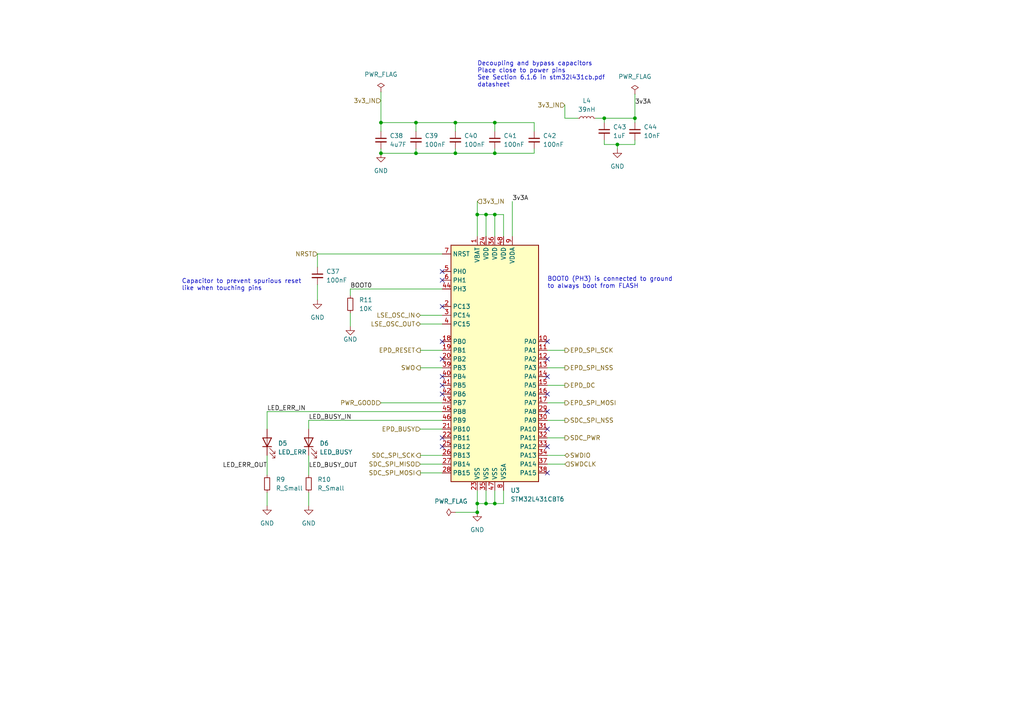
<source format=kicad_sch>
(kicad_sch (version 20211123) (generator eeschema)
  (paper "A4")
  (title_block (title "E-Paper Photo Frame") (date "2023-01-14") (rev "1.0"))
  (lib_symbols
    (symbol "Device:C_Small" (pin_numbers hide) (pin_names (offset 0.254) hide)
      (property "Reference" "C" (at 0.254 1.778 0))
      (property "Value" "C_Small" (at 0.254 -2.032 0))
      (symbol "C_Small_0_1"
        (polyline (pts (xy -1.524 -0.508) (xy 1.524 -0.508)) (stroke (width 0.3302)))
        (polyline (pts (xy -1.524 0.508) (xy 1.524 0.508)) (stroke (width 0.3048)))
      )
      (symbol "C_Small_1_1"
        (pin passive line (at 0 2.54 270) (length 2.032) (name "~") (number "1"))
        (pin passive line (at 0 -2.54 90) (length 2.032) (name "~") (number "2"))
      )
    )
    (symbol "Device:LED" (pin_numbers hide) (pin_names (offset 1.016) hide)
      (property "Reference" "D" (at 0 2.54 0))
      (property "Value" "LED" (at 0 -2.54 0))
      (symbol "LED_0_1"
        (polyline (pts (xy -1.27 -1.27) (xy -1.27 1.27)) (stroke (width 0.254)))
        (polyline (pts (xy -1.27 0) (xy 1.27 0)))
        (polyline (pts (xy 1.27 -1.27) (xy 1.27 1.27) (xy -1.27 0) (xy 1.27 -1.27)) (stroke (width 0.254)))
        (polyline (pts (xy -3.048 -0.762) (xy -4.572 -2.286) (xy -3.81 -2.286) (xy -4.572 -2.286) (xy -4.572 -1.524)))
        (polyline (pts (xy -1.778 -0.762) (xy -3.302 -2.286) (xy -2.54 -2.286) (xy -3.302 -2.286) (xy -3.302 -1.524)))
      )
      (symbol "LED_1_1"
        (pin passive line (at -3.81 0 0) (length 2.54) (name "K") (number "1"))
        (pin passive line (at 3.81 0 180) (length 2.54) (name "A") (number "2"))
      )
    )
    (symbol "Device:L_Small" (pin_numbers hide) (pin_names (offset 0.254) hide)
      (property "Reference" "L" (at 0.762 1.016 0))
      (property "Value" "L_Small" (at 0.762 -1.016 0))
      (symbol "L_Small_0_1"
        (arc (start 0 -2.032) (mid 0.508 -1.524) (end 0 -1.016))
        (arc (start 0 -1.016) (mid 0.508 -0.508) (end 0 0))
        (arc (start 0 0) (mid 0.508 0.508) (end 0 1.016))
        (arc (start 0 1.016) (mid 0.508 1.524) (end 0 2.032))
      )
      (symbol "L_Small_1_1"
        (pin passive line (at 0 2.54 270) (length 0.508) (name "~") (number "1"))
        (pin passive line (at 0 -2.54 90) (length 0.508) (name "~") (number "2"))
      )
    )
    (symbol "Device:R_Small" (pin_numbers hide) (pin_names (offset 0.254) hide)
      (property "Reference" "R" (at 0.762 0.508 0))
      (property "Value" "R_Small" (at 0.762 -1.016 0))
      (symbol "R_Small_0_1"
        (rectangle (start -0.762 1.778) (end 0.762 -1.778) (stroke (width 0.2032)))
      )
      (symbol "R_Small_1_1"
        (pin passive line (at 0 2.54 270) (length 0.762) (name "~") (number "1"))
        (pin passive line (at 0 -2.54 90) (length 0.762) (name "~") (number "2"))
      )
    )
    (symbol "MCU_ST_STM32L4:STM32L431CBTx"
      (property "Reference" "U" (at -12.7 34.29 0))
      (property "Value" "STM32L431CBTx" (at 7.62 34.29 0))
      (symbol "STM32L431CBTx_0_1"
        (rectangle (start -12.7 -35.56) (end 12.7 33.02) (stroke (width 0.254)) (fill (type background)))
      )
      (symbol "STM32L431CBTx_1_1"
        (pin power_in line (at -5.08 35.56 270) (length 2.54) (name "VBAT") (number "1"))
        (pin bidirectional line (at 15.24 5.08 180) (length 2.54) (name "PA0") (number "10"))
        (pin bidirectional line (at 15.24 2.54 180) (length 2.54) (name "PA1") (number "11"))
        (pin bidirectional line (at 15.24 0 180) (length 2.54) (name "PA2") (number "12"))
        (pin bidirectional line (at 15.24 -2.54 180) (length 2.54) (name "PA3") (number "13"))
        (pin bidirectional line (at 15.24 -5.08 180) (length 2.54) (name "PA4") (number "14"))
        (pin bidirectional line (at 15.24 -7.62 180) (length 2.54) (name "PA5") (number "15"))
        (pin bidirectional line (at 15.24 -10.16 180) (length 2.54) (name "PA6") (number "16"))
        (pin bidirectional line (at 15.24 -12.7 180) (length 2.54) (name "PA7") (number "17"))
        (pin bidirectional line (at -15.24 5.08 0) (length 2.54) (name "PB0") (number "18"))
        (pin bidirectional line (at -15.24 2.54 0) (length 2.54) (name "PB1") (number "19"))
        (pin bidirectional line (at -15.24 15.24 0) (length 2.54) (name "PC13") (number "2"))
        (pin bidirectional line (at -15.24 0 0) (length 2.54) (name "PB2") (number "20"))
        (pin bidirectional line (at -15.24 -20.32 0) (length 2.54) (name "PB10") (number "21"))
        (pin bidirectional line (at -15.24 -22.86 0) (length 2.54) (name "PB11") (number "22"))
        (pin power_in line (at -5.08 -38.1 90) (length 2.54) (name "VSS") (number "23"))
        (pin power_in line (at -2.54 35.56 270) (length 2.54) (name "VDD") (number "24"))
        (pin bidirectional line (at -15.24 -25.4 0) (length 2.54) (name "PB12") (number "25"))
        (pin bidirectional line (at -15.24 -27.94 0) (length 2.54) (name "PB13") (number "26"))
        (pin bidirectional line (at -15.24 -30.48 0) (length 2.54) (name "PB14") (number "27"))
        (pin bidirectional line (at -15.24 -33.02 0) (length 2.54) (name "PB15") (number "28"))
        (pin bidirectional line (at 15.24 -15.24 180) (length 2.54) (name "PA8") (number "29"))
        (pin bidirectional line (at -15.24 12.7 0) (length 2.54) (name "PC14") (number "3"))
        (pin bidirectional line (at 15.24 -17.78 180) (length 2.54) (name "PA9") (number "30"))
        (pin bidirectional line (at 15.24 -20.32 180) (length 2.54) (name "PA10") (number "31"))
        (pin bidirectional line (at 15.24 -22.86 180) (length 2.54) (name "PA11") (number "32"))
        (pin bidirectional line (at 15.24 -25.4 180) (length 2.54) (name "PA12") (number "33"))
        (pin bidirectional line (at 15.24 -27.94 180) (length 2.54) (name "PA13") (number "34"))
        (pin power_in line (at -2.54 -38.1 90) (length 2.54) (name "VSS") (number "35"))
        (pin power_in line (at 0 35.56 270) (length 2.54) (name "VDD") (number "36"))
        (pin bidirectional line (at 15.24 -30.48 180) (length 2.54) (name "PA14") (number "37"))
        (pin bidirectional line (at 15.24 -33.02 180) (length 2.54) (name "PA15") (number "38"))
        (pin bidirectional line (at -15.24 -2.54 0) (length 2.54) (name "PB3") (number "39"))
        (pin bidirectional line (at -15.24 10.16 0) (length 2.54) (name "PC15") (number "4"))
        (pin bidirectional line (at -15.24 -5.08 0) (length 2.54) (name "PB4") (number "40"))
        (pin bidirectional line (at -15.24 -7.62 0) (length 2.54) (name "PB5") (number "41"))
        (pin bidirectional line (at -15.24 -10.16 0) (length 2.54) (name "PB6") (number "42"))
        (pin bidirectional line (at -15.24 -12.7 0) (length 2.54) (name "PB7") (number "43"))
        (pin bidirectional line (at -15.24 20.32 0) (length 2.54) (name "PH3") (number "44"))
        (pin bidirectional line (at -15.24 -15.24 0) (length 2.54) (name "PB8") (number "45"))
        (pin bidirectional line (at -15.24 -17.78 0) (length 2.54) (name "PB9") (number "46"))
        (pin power_in line (at 0 -38.1 90) (length 2.54) (name "VSS") (number "47"))
        (pin power_in line (at 2.54 35.56 270) (length 2.54) (name "VDD") (number "48"))
        (pin input line (at -15.24 25.4 0) (length 2.54) (name "PH0") (number "5"))
        (pin input line (at -15.24 22.86 0) (length 2.54) (name "PH1") (number "6"))
        (pin input line (at -15.24 30.48 0) (length 2.54) (name "NRST") (number "7"))
        (pin power_in line (at 2.54 -38.1 90) (length 2.54) (name "VSSA") (number "8"))
        (pin power_in line (at 5.08 35.56 270) (length 2.54) (name "VDDA") (number "9"))
      )
    )
    (symbol "power:GND" (power) (pin_names (offset 0))
      (property "Value" "GND" (at 0 -3.81 0))
      (symbol "GND_0_1"
        (polyline (pts (xy 0 0) (xy 0 -1.27) (xy 1.27 -1.27) (xy 0 -2.54) (xy -1.27 -1.27) (xy 0 -1.27)))
      )
      (symbol "GND_1_1"
        (pin power_in line (at 0 0 270) (length 0) hide (name "GND") (number "1"))
      )
    )
    (symbol "power:PWR_FLAG" (power) (pin_numbers hide) (pin_names (offset 0) hide)
      (property "Value" "PWR_FLAG" (at 0 3.81 0))
      (symbol "PWR_FLAG_0_0"
        (pin power_out line (at 0 0 90) (length 0) (name "pwr") (number "1"))
      )
      (symbol "PWR_FLAG_0_1"
        (polyline (pts (xy 0 0) (xy 0 1.27) (xy -1.016 1.905) (xy 0 2.54) (xy 1.016 1.905) (xy 0 1.27)))
      )
    )
  )
  (junction (at 143.51 146.05))
  (junction (at 110.49 44.45))
  (junction (at 120.65 44.45))
  (junction (at 143.51 44.45))
  (junction (at 175.26 34.29))
  (junction (at 143.51 35.56))
  (junction (at 132.08 35.56))
  (junction (at 120.65 35.56))
  (junction (at 138.43 146.05))
  (junction (at 138.43 62.23))
  (junction (at 143.51 62.23))
  (junction (at 110.49 35.56))
  (junction (at 184.15 34.29))
  (junction (at 132.08 44.45))
  (junction (at 138.43 148.59))
  (junction (at 179.07 41.91))
  (junction (at 140.97 62.23))
  (junction (at 140.97 146.05))
  (no_connect (at 158.75 129.54))
  (no_connect (at 128.27 99.06))
  (no_connect (at 128.27 129.54))
  (no_connect (at 128.27 81.28))
  (no_connect (at 158.75 109.22))
  (no_connect (at 158.75 124.46))
  (no_connect (at 128.27 78.74))
  (no_connect (at 158.75 104.14))
  (no_connect (at 158.75 114.3))
  (no_connect (at 128.27 104.14))
  (no_connect (at 158.75 99.06))
  (no_connect (at 158.75 137.16))
  (no_connect (at 158.75 119.38))
  (no_connect (at 128.27 88.9))
  (no_connect (at 128.27 111.76))
  (no_connect (at 128.27 114.3))
  (no_connect (at 128.27 127))
  (no_connect (at 128.27 109.22))
  (wire (pts (xy 77.47 132.08) (xy 77.47 137.795)))
  (wire (pts (xy 143.51 62.23) (xy 143.51 68.58)))
  (wire (pts (xy 143.51 35.56) (xy 143.51 38.1)))
  (wire (pts (xy 121.92 101.6) (xy 128.27 101.6)))
  (wire (pts (xy 110.49 116.84) (xy 128.27 116.84)))
  (wire (pts (xy 175.26 34.29) (xy 175.26 35.56)))
  (wire (pts (xy 154.94 44.45) (xy 143.51 44.45)))
  (wire (pts (xy 146.05 62.23) (xy 143.51 62.23)))
  (wire (pts (xy 158.75 134.62) (xy 163.83 134.62)))
  (wire (pts (xy 132.08 35.56) (xy 132.08 38.1)))
  (wire (pts (xy 158.75 116.84) (xy 163.83 116.84)))
  (wire (pts (xy 158.75 106.68) (xy 163.83 106.68)))
  (wire (pts (xy 138.43 142.24) (xy 138.43 146.05)))
  (wire (pts (xy 121.92 124.46) (xy 128.27 124.46)))
  (wire (pts (xy 77.47 119.38) (xy 128.27 119.38)))
  (wire (pts (xy 89.535 132.08) (xy 89.535 137.795)))
  (wire (pts (xy 110.49 26.67) (xy 110.49 35.56)))
  (wire (pts (xy 121.92 93.98) (xy 128.27 93.98)))
  (wire (pts (xy 184.15 40.64) (xy 184.15 41.91)))
  (wire (pts (xy 101.6 83.82) (xy 128.27 83.82)))
  (wire (pts (xy 138.43 146.05) (xy 138.43 148.59)))
  (wire (pts (xy 143.51 142.24) (xy 143.51 146.05)))
  (wire (pts (xy 110.49 43.18) (xy 110.49 44.45)))
  (wire (pts (xy 121.92 137.16) (xy 128.27 137.16)))
  (wire (pts (xy 167.64 34.29) (xy 163.83 34.29)))
  (wire (pts (xy 140.97 62.23) (xy 140.97 68.58)))
  (wire (pts (xy 158.75 111.76) (xy 163.83 111.76)))
  (wire (pts (xy 154.94 35.56) (xy 143.51 35.56)))
  (wire (pts (xy 121.92 134.62) (xy 128.27 134.62)))
  (wire (pts (xy 89.535 121.92) (xy 128.27 121.92)))
  (wire (pts (xy 148.59 58.42) (xy 148.59 68.58)))
  (wire (pts (xy 89.535 121.92) (xy 89.535 124.46)))
  (wire (pts (xy 179.07 41.91) (xy 179.07 43.18)))
  (wire (pts (xy 132.08 43.18) (xy 132.08 44.45)))
  (wire (pts (xy 77.47 119.38) (xy 77.47 124.46)))
  (wire (pts (xy 158.75 127) (xy 163.83 127)))
  (wire (pts (xy 101.6 85.725) (xy 101.6 83.82)))
  (wire (pts (xy 175.26 34.29) (xy 184.15 34.29)))
  (wire (pts (xy 140.97 142.24) (xy 140.97 146.05)))
  (wire (pts (xy 143.51 146.05) (xy 140.97 146.05)))
  (wire (pts (xy 146.05 68.58) (xy 146.05 62.23)))
  (wire (pts (xy 121.92 132.08) (xy 128.27 132.08)))
  (wire (pts (xy 175.26 40.64) (xy 175.26 41.91)))
  (wire (pts (xy 120.65 43.18) (xy 120.65 44.45)))
  (wire (pts (xy 92.075 73.66) (xy 128.27 73.66)))
  (wire (pts (xy 154.94 38.1) (xy 154.94 35.56)))
  (wire (pts (xy 121.92 91.44) (xy 128.27 91.44)))
  (wire (pts (xy 77.47 142.875) (xy 77.47 146.685)))
  (wire (pts (xy 158.75 101.6) (xy 163.83 101.6)))
  (wire (pts (xy 146.05 146.05) (xy 143.51 146.05)))
  (wire (pts (xy 143.51 35.56) (xy 132.08 35.56)))
  (wire (pts (xy 163.83 34.29) (xy 163.83 30.48)))
  (wire (pts (xy 92.075 82.55) (xy 92.075 86.995)))
  (wire (pts (xy 143.51 44.45) (xy 132.08 44.45)))
  (wire (pts (xy 132.08 35.56) (xy 120.65 35.56)))
  (wire (pts (xy 92.075 73.66) (xy 92.075 77.47)))
  (wire (pts (xy 138.43 58.42) (xy 138.43 62.23)))
  (wire (pts (xy 120.65 35.56) (xy 120.65 38.1)))
  (wire (pts (xy 143.51 43.18) (xy 143.51 44.45)))
  (wire (pts (xy 120.65 35.56) (xy 110.49 35.56)))
  (wire (pts (xy 110.49 35.56) (xy 110.49 38.1)))
  (wire (pts (xy 158.75 132.08) (xy 163.83 132.08)))
  (wire (pts (xy 101.6 90.805) (xy 101.6 94.615)))
  (wire (pts (xy 146.05 142.24) (xy 146.05 146.05)))
  (wire (pts (xy 132.08 44.45) (xy 120.65 44.45)))
  (wire (pts (xy 132.08 148.59) (xy 138.43 148.59)))
  (wire (pts (xy 140.97 62.23) (xy 138.43 62.23)))
  (wire (pts (xy 154.94 43.18) (xy 154.94 44.45)))
  (wire (pts (xy 184.15 27.305) (xy 184.15 34.29)))
  (wire (pts (xy 89.535 142.875) (xy 89.535 146.685)))
  (wire (pts (xy 120.65 44.45) (xy 110.49 44.45)))
  (wire (pts (xy 140.97 146.05) (xy 138.43 146.05)))
  (wire (pts (xy 121.92 106.68) (xy 128.27 106.68)))
  (wire (pts (xy 138.43 62.23) (xy 138.43 68.58)))
  (wire (pts (xy 143.51 62.23) (xy 140.97 62.23)))
  (wire (pts (xy 158.75 121.92) (xy 163.83 121.92)))
  (wire (pts (xy 175.26 41.91) (xy 179.07 41.91)))
  (wire (pts (xy 172.72 34.29) (xy 175.26 34.29)))
  (wire (pts (xy 184.15 34.29) (xy 184.15 35.56)))
  (wire (pts (xy 184.15 41.91) (xy 179.07 41.91)))
  (text "Capacitor to prevent spurious reset\nlike when touching pins" (at 52.705 84.455 0) (effects (font (size 1.27 1.27)) (justify left bottom)))
  (text "BOOT0 (PH3) is connected to ground\nto always boot from FLASH" (at 158.75 83.82 0) (effects (font (size 1.27 1.27)) (justify left bottom)))
  (text "Decoupling and bypass capacitors\nPlace close to power pins\nSee Section 6.1.6 in stm32l431cb.pdf\ndatasheet" (at 138.43 25.4 0) (effects (font (size 1.27 1.27)) (justify left bottom)))
  (label "LED_BUSY_OUT" (at 89.535 135.89 0))
  (label "BOOT0" (at 101.6 83.82 0))
  (label "3v3A" (at 184.15 30.48 0))
  (label "LED_ERR_OUT" (at 77.47 135.89 180))
  (label "LED_ERR_IN" (at 77.47 119.38 0))
  (label "3v3A" (at 148.59 58.42 0))
  (label "LED_BUSY_IN" (at 89.535 121.92 0))
  (hierarchical_label "EPD_SPI_NSS" (shape output) (at 163.83 106.68 0))
  (hierarchical_label "SDC_SPI_NSS" (shape output) (at 163.83 121.92 0))
  (hierarchical_label "3v3_IN" (shape input) (at 163.83 30.48 180))
  (hierarchical_label "SDC_SPI_MOSI" (shape output) (at 121.92 137.16 180))
  (hierarchical_label "3v3_IN" (shape input) (at 110.49 29.21 180))
  (hierarchical_label "EPD_SPI_MOSI" (shape output) (at 163.83 116.84 0))
  (hierarchical_label "SDC_SPI_SCK" (shape output) (at 121.92 132.08 180))
  (hierarchical_label "EPD_RESET" (shape output) (at 121.92 101.6 180))
  (hierarchical_label "EPD_DC" (shape output) (at 163.83 111.76 0))
  (hierarchical_label "SDC_SPI_MISO" (shape input) (at 121.92 134.62 180))
  (hierarchical_label "EPD_SPI_SCK" (shape output) (at 163.83 101.6 0))
  (hierarchical_label "LSE_OSC_IN" (shape bidirectional) (at 121.92 91.44 180))
  (hierarchical_label "SDC_PWR" (shape output) (at 163.83 127 0))
  (hierarchical_label "3v3_IN" (shape input) (at 138.43 58.42 0))
  (hierarchical_label "LSE_OSC_OUT" (shape bidirectional) (at 121.92 93.98 180))
  (hierarchical_label "SWDCLK" (shape input) (at 163.83 134.62 0))
  (hierarchical_label "PWR_GOOD" (shape input) (at 110.49 116.84 180))
  (hierarchical_label "SWDIO" (shape bidirectional) (at 163.83 132.08 0))
  (hierarchical_label "NRST" (shape input) (at 92.075 73.66 180))
  (hierarchical_label "SWO" (shape output) (at 121.92 106.68 180))
  (hierarchical_label "EPD_BUSY" (shape input) (at 121.92 124.46 180))
  (symbol (lib_id "Device:C_Small") (at 143.51 40.64 0) (unit 1)
    (property "Reference" "C41" (at 146.05 39.3762 0) (effects (justify left)))
    (property "Value" "100nF" (at 146.05 41.9162 0) (effects (justify left)))
  )
  (symbol (lib_id "MCU_ST_STM32L4:STM32L431CBTx") (at 143.51 104.14 0) (unit 1)
    (property "Reference" "U3" (at 148.0694 142.24 0) (effects (justify left)))
    (property "Value" "STM32L431CBT6" (at 148.0694 144.78 0) (effects (justify left)))
    (property "Footprint" "Package_QFP:LQFP-48_7x7mm_P0.5mm" (effects hide))
    (property "Datasheet" "http://www.st.com/st-web-ui/static/active/en/resource/technical/document/datasheet/DM00257211.pdf" (effects hide))
  )
  (symbol (lib_id "power:PWR_FLAG") (at 110.49 26.67 0) (unit 1)
    (property "Reference" "#FLG0101" (effects hide))
    (property "Value" "PWR_FLAG" (at 110.49 21.59 0))
  )
  (symbol (lib_id "power:GND") (at 179.07 43.18 0) (unit 1)
    (property "Reference" "#PWR0115" (effects hide))
    (property "Value" "GND" (at 179.07 48.26 0))
  )
  (symbol (lib_id "power:GND") (at 138.43 148.59 0) (unit 1)
    (property "Reference" "#PWR0117" (effects hide))
    (property "Value" "GND" (at 138.43 153.67 0))
  )
  (symbol (lib_id "power:PWR_FLAG") (at 184.15 27.305 0) (unit 1)
    (property "Reference" "#FLG0103" (effects hide))
    (property "Value" "PWR_FLAG" (at 184.15 22.225 0))
  )
  (symbol (lib_id "power:GND") (at 77.47 146.685 0) (unit 1)
    (property "Reference" "#PWR0120" (effects hide))
    (property "Value" "GND" (at 77.47 151.765 0))
  )
  (symbol (lib_id "Device:R_Small") (at 77.47 140.335 0) (unit 1)
    (property "Reference" "R9" (at 80.01 139.0649 0) (effects (justify left)))
    (property "Value" "R_Small" (at 80.01 141.6049 0) (effects (justify left)))
  )
  (symbol (lib_id "Device:C_Small") (at 110.49 40.64 0) (unit 1)
    (property "Reference" "C38" (at 113.03 39.3762 0) (effects (justify left)))
    (property "Value" "4u7F" (at 113.03 41.9162 0) (effects (justify left)))
  )
  (symbol (lib_id "power:GND") (at 101.6 94.615 0) (unit 1)
    (property "Reference" "#PWR0118" (effects hide))
    (property "Value" "GND" (at 101.6 98.425 0))
  )
  (symbol (lib_id "Device:LED") (at 89.535 128.27 90) (unit 1)
    (property "Reference" "D6" (at 92.71 128.5874 90) (effects (justify right)))
    (property "Value" "LED_BUSY" (at 92.71 131.1274 90) (effects (justify right)))
  )
  (symbol (lib_id "Device:C_Small") (at 184.15 38.1 0) (unit 1)
    (property "Reference" "C44" (at 186.69 36.8362 0) (effects (justify left)))
    (property "Value" "10nF" (at 186.69 39.3762 0) (effects (justify left)))
  )
  (symbol (lib_id "Device:LED") (at 77.47 128.27 90) (unit 1)
    (property "Reference" "D5" (at 80.645 128.5874 90) (effects (justify right)))
    (property "Value" "LED_ERR" (at 80.645 131.1274 90) (effects (justify right)))
  )
  (symbol (lib_id "Device:C_Small") (at 132.08 40.64 0) (unit 1)
    (property "Reference" "C40" (at 134.62 39.3762 0) (effects (justify left)))
    (property "Value" "100nF" (at 134.62 41.9162 0) (effects (justify left)))
  )
  (symbol (lib_id "Device:C_Small") (at 154.94 40.64 0) (unit 1)
    (property "Reference" "C42" (at 157.48 39.3762 0) (effects (justify left)))
    (property "Value" "100nF" (at 157.48 41.9162 0) (effects (justify left)))
  )
  (symbol (lib_id "Device:R_Small") (at 89.535 140.335 0) (unit 1)
    (property "Reference" "R10" (at 92.075 139.0649 0) (effects (justify left)))
    (property "Value" "R_Small" (at 92.075 141.6049 0) (effects (justify left)))
  )
  (symbol (lib_id "power:GND") (at 89.535 146.685 0) (unit 1)
    (property "Reference" "#PWR0121" (effects hide))
    (property "Value" "GND" (at 89.535 151.765 0))
  )
  (symbol (lib_id "power:PWR_FLAG") (at 132.08 148.59 90) (unit 1)
    (property "Reference" "#FLG0105" (effects hide))
    (property "Value" "PWR_FLAG" (at 130.81 145.415 90))
  )
  (symbol (lib_id "power:GND") (at 92.075 86.995 0) (unit 1)
    (property "Reference" "#PWR0116" (effects hide))
    (property "Value" "GND" (at 92.075 92.075 0))
  )
  (symbol (lib_id "Device:R_Small") (at 101.6 88.265 0) (unit 1)
    (property "Reference" "R11" (at 104.14 86.9949 0) (effects (justify left)))
    (property "Value" "10K" (at 104.14 89.5349 0) (effects (justify left)))
  )
  (symbol (lib_id "Device:C_Small") (at 120.65 40.64 0) (unit 1)
    (property "Reference" "C39" (at 123.19 39.3762 0) (effects (justify left)))
    (property "Value" "100nF" (at 123.19 41.9162 0) (effects (justify left)))
  )
  (symbol (lib_id "Device:C_Small") (at 175.26 38.1 0) (unit 1)
    (property "Reference" "C43" (at 177.8 36.8362 0) (effects (justify left)))
    (property "Value" "1uF" (at 177.8 39.3762 0) (effects (justify left)))
  )
  (symbol (lib_id "power:GND") (at 110.49 44.45 0) (unit 1)
    (property "Reference" "#PWR0119" (effects hide))
    (property "Value" "GND" (at 110.49 49.53 0))
  )
  (symbol (lib_id "Device:L_Small") (at 170.18 34.29 90) (unit 1)
    (property "Reference" "L4" (at 170.18 29.21 90))
    (property "Value" "39nH" (at 170.18 31.75 90))
  )
  (symbol (lib_id "Device:C_Small") (at 92.075 80.01 0) (unit 1)
    (property "Reference" "C37" (at 94.615 78.7462 0) (effects (justify left)))
    (property "Value" "100nF" (at 94.615 81.2862 0) (effects (justify left)))
  )
)
</source>
